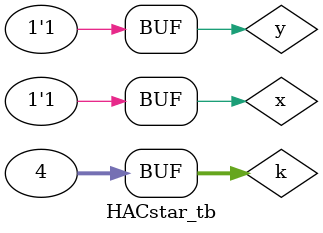
<source format=v>
module HACstar(
    input x, y,
    output z, c
);
    assign z = ~x ^ y;
    assign c = x | y;
endmodule

module HACstar_tb;
    reg x, y;
    wire z, c;

    HACstar inst(.x(x), .y(y), .z(z), .c(c));

    initial begin
        $display("x\ty\t|\tc\tz");
        $monitor("%b\t%b\t|\t%b\t%b", x, y, c, z);
    end

    integer k;
    initial begin
        {x, y} = 0;
        for ( k = 1 ; k < 4 ; k = k+1)
            #10 {x, y} = k;
    end
endmodule
</source>
